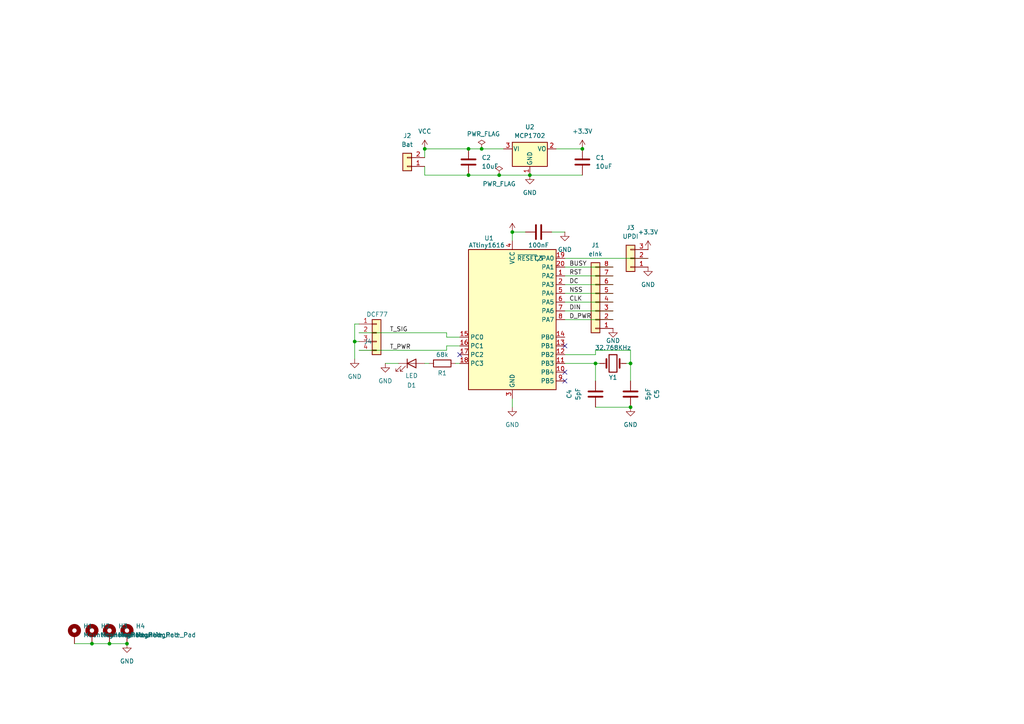
<source format=kicad_sch>
(kicad_sch (version 20231120) (generator "eeschema") (generator_version "8.0")
  (paper "A4")
  (lib_symbols
    (symbol "Connector_Generic:Conn_01x02" (pin_names (offset 1.016) hide)
      (property "Reference" "J" (at 0 2.54 0))
      (property "Value" "Conn_01x02" (at 0 -5.08 0))
      (symbol "Conn_01x02_1_1"
        (rectangle (start -1.27 -2.413) (end 0 -2.667) (stroke (width 0.1524)))
        (rectangle (start -1.27 0.127) (end 0 -0.127) (stroke (width 0.1524)))
        (rectangle (start -1.27 1.27) (end 1.27 -3.81) (stroke (width 0.254)) (fill (type background)))
        (pin passive line (at -5.08 0 0) (length 3.81) (name "Pin_1") (number "1"))
        (pin passive line (at -5.08 -2.54 0) (length 3.81) (name "Pin_2") (number "2"))
      )
    )
    (symbol "Connector_Generic:Conn_01x03" (pin_names (offset 1.016) hide)
      (property "Reference" "J" (at 0 5.08 0))
      (property "Value" "Conn_01x03" (at 0 -5.08 0))
      (symbol "Conn_01x03_1_1"
        (rectangle (start -1.27 -2.413) (end 0 -2.667) (stroke (width 0.1524)))
        (rectangle (start -1.27 0.127) (end 0 -0.127) (stroke (width 0.1524)))
        (rectangle (start -1.27 2.667) (end 0 2.413) (stroke (width 0.1524)))
        (rectangle (start -1.27 3.81) (end 1.27 -3.81) (stroke (width 0.254)) (fill (type background)))
        (pin passive line (at -5.08 2.54 0) (length 3.81) (name "Pin_1") (number "1"))
        (pin passive line (at -5.08 0 0) (length 3.81) (name "Pin_2") (number "2"))
        (pin passive line (at -5.08 -2.54 0) (length 3.81) (name "Pin_3") (number "3"))
      )
    )
    (symbol "Connector_Generic:Conn_01x04" (pin_names (offset 1.016) hide)
      (property "Reference" "J" (at 0 5.08 0))
      (property "Value" "Conn_01x04" (at 0 -7.62 0))
      (symbol "Conn_01x04_1_1"
        (rectangle (start -1.27 -4.953) (end 0 -5.207) (stroke (width 0.1524)))
        (rectangle (start -1.27 -2.413) (end 0 -2.667) (stroke (width 0.1524)))
        (rectangle (start -1.27 0.127) (end 0 -0.127) (stroke (width 0.1524)))
        (rectangle (start -1.27 2.667) (end 0 2.413) (stroke (width 0.1524)))
        (rectangle (start -1.27 3.81) (end 1.27 -6.35) (stroke (width 0.254)) (fill (type background)))
        (pin passive line (at -5.08 2.54 0) (length 3.81) (name "Pin_1") (number "1"))
        (pin passive line (at -5.08 0 0) (length 3.81) (name "Pin_2") (number "2"))
        (pin passive line (at -5.08 -2.54 0) (length 3.81) (name "Pin_3") (number "3"))
        (pin passive line (at -5.08 -5.08 0) (length 3.81) (name "Pin_4") (number "4"))
      )
    )
    (symbol "Connector_Generic:Conn_01x08" (pin_names (offset 1.016) hide)
      (property "Reference" "J" (at 0 10.16 0))
      (property "Value" "Conn_01x08" (at 0 -12.7 0))
      (symbol "Conn_01x08_1_1"
        (rectangle (start -1.27 -10.033) (end 0 -10.287) (stroke (width 0.1524)))
        (rectangle (start -1.27 -7.493) (end 0 -7.747) (stroke (width 0.1524)))
        (rectangle (start -1.27 -4.953) (end 0 -5.207) (stroke (width 0.1524)))
        (rectangle (start -1.27 -2.413) (end 0 -2.667) (stroke (width 0.1524)))
        (rectangle (start -1.27 0.127) (end 0 -0.127) (stroke (width 0.1524)))
        (rectangle (start -1.27 2.667) (end 0 2.413) (stroke (width 0.1524)))
        (rectangle (start -1.27 5.207) (end 0 4.953) (stroke (width 0.1524)))
        (rectangle (start -1.27 7.747) (end 0 7.493) (stroke (width 0.1524)))
        (rectangle (start -1.27 8.89) (end 1.27 -11.43) (stroke (width 0.254)) (fill (type background)))
        (pin passive line (at -5.08 7.62 0) (length 3.81) (name "Pin_1") (number "1"))
        (pin passive line (at -5.08 5.08 0) (length 3.81) (name "Pin_2") (number "2"))
        (pin passive line (at -5.08 2.54 0) (length 3.81) (name "Pin_3") (number "3"))
        (pin passive line (at -5.08 0 0) (length 3.81) (name "Pin_4") (number "4"))
        (pin passive line (at -5.08 -2.54 0) (length 3.81) (name "Pin_5") (number "5"))
        (pin passive line (at -5.08 -5.08 0) (length 3.81) (name "Pin_6") (number "6"))
        (pin passive line (at -5.08 -7.62 0) (length 3.81) (name "Pin_7") (number "7"))
        (pin passive line (at -5.08 -10.16 0) (length 3.81) (name "Pin_8") (number "8"))
      )
    )
    (symbol "Device:C" (pin_numbers hide) (pin_names (offset 0.254))
      (property "Reference" "C" (at 0.635 2.54 0))
      (property "Value" "C" (at 0.635 -2.54 0))
      (symbol "C_0_1"
        (polyline (pts (xy -2.032 -0.762) (xy 2.032 -0.762)) (stroke (width 0.508)))
        (polyline (pts (xy -2.032 0.762) (xy 2.032 0.762)) (stroke (width 0.508)))
      )
      (symbol "C_1_1"
        (pin passive line (at 0 3.81 270) (length 2.794) (name "~") (number "1"))
        (pin passive line (at 0 -3.81 90) (length 2.794) (name "~") (number "2"))
      )
    )
    (symbol "Device:Crystal" (pin_numbers hide) (pin_names (offset 1.016) hide)
      (property "Reference" "Y" (at 0 3.81 0))
      (property "Value" "Crystal" (at 0 -3.81 0))
      (symbol "Crystal_0_1"
        (rectangle (start -1.143 2.54) (end 1.143 -2.54) (stroke (width 0.3048)))
        (polyline (pts (xy -2.54 0) (xy -1.905 0)))
        (polyline (pts (xy -1.905 -1.27) (xy -1.905 1.27)) (stroke (width 0.508)))
        (polyline (pts (xy 1.905 -1.27) (xy 1.905 1.27)) (stroke (width 0.508)))
        (polyline (pts (xy 2.54 0) (xy 1.905 0)))
      )
      (symbol "Crystal_1_1"
        (pin passive line (at -3.81 0 0) (length 1.27) (name "1") (number "1"))
        (pin passive line (at 3.81 0 180) (length 1.27) (name "2") (number "2"))
      )
    )
    (symbol "Device:LED" (pin_numbers hide) (pin_names (offset 1.016) hide)
      (property "Reference" "D" (at 0 2.54 0))
      (property "Value" "LED" (at 0 -2.54 0))
      (symbol "LED_0_1"
        (polyline (pts (xy -1.27 -1.27) (xy -1.27 1.27)) (stroke (width 0.254)))
        (polyline (pts (xy -1.27 0) (xy 1.27 0)))
        (polyline (pts (xy 1.27 -1.27) (xy 1.27 1.27) (xy -1.27 0) (xy 1.27 -1.27)) (stroke (width 0.254)))
        (polyline (pts (xy -3.048 -0.762) (xy -4.572 -2.286) (xy -3.81 -2.286) (xy -4.572 -2.286) (xy -4.572 -1.524)))
        (polyline (pts (xy -1.778 -0.762) (xy -3.302 -2.286) (xy -2.54 -2.286) (xy -3.302 -2.286) (xy -3.302 -1.524)))
      )
      (symbol "LED_1_1"
        (pin passive line (at -3.81 0 0) (length 2.54) (name "K") (number "1"))
        (pin passive line (at 3.81 0 180) (length 2.54) (name "A") (number "2"))
      )
    )
    (symbol "Device:R" (pin_numbers hide) (pin_names (offset 0))
      (property "Reference" "R" (at 2.032 0 90))
      (property "Value" "R" (at 0 0 90))
      (symbol "R_0_1"
        (rectangle (start -1.016 -2.54) (end 1.016 2.54) (stroke (width 0.254)))
      )
      (symbol "R_1_1"
        (pin passive line (at 0 3.81 270) (length 1.27) (name "~") (number "1"))
        (pin passive line (at 0 -3.81 90) (length 1.27) (name "~") (number "2"))
      )
    )
    (symbol "MCU_Microchip_ATtiny:ATtiny1616-M"
      (property "Reference" "U" (at -12.7 21.59 0))
      (property "Value" "ATtiny1616-M" (at 2.54 -21.59 0))
      (symbol "ATtiny1616-M_0_1"
        (rectangle (start -12.7 -20.32) (end 12.7 20.32) (stroke (width 0.254)) (fill (type background)))
      )
      (symbol "ATtiny1616-M_1_1"
        (pin bidirectional line (at 15.24 12.7 180) (length 2.54) (name "PA2") (number "1"))
        (pin bidirectional line (at 15.24 -15.24 180) (length 2.54) (name "PB4") (number "10"))
        (pin bidirectional line (at 15.24 -12.7 180) (length 2.54) (name "PB3") (number "11"))
        (pin bidirectional line (at 15.24 -10.16 180) (length 2.54) (name "PB2") (number "12"))
        (pin bidirectional line (at 15.24 -7.62 180) (length 2.54) (name "PB1") (number "13"))
        (pin bidirectional line (at 15.24 -5.08 180) (length 2.54) (name "PB0") (number "14"))
        (pin bidirectional line (at -15.24 -5.08 0) (length 2.54) (name "PC0") (number "15"))
        (pin bidirectional line (at -15.24 -7.62 0) (length 2.54) (name "PC1") (number "16"))
        (pin bidirectional line (at -15.24 -10.16 0) (length 2.54) (name "PC2") (number "17"))
        (pin bidirectional line (at -15.24 -12.7 0) (length 2.54) (name "PC3") (number "18"))
        (pin bidirectional line (at 15.24 17.78 180) (length 2.54) (name "~{RESET}/PA0") (number "19"))
        (pin bidirectional line (at 15.24 10.16 180) (length 2.54) (name "PA3") (number "2"))
        (pin bidirectional line (at 15.24 15.24 180) (length 2.54) (name "PA1") (number "20"))
        (pin passive line (at 0 -22.86 90) (length 2.54) hide (name "GND") (number "21"))
        (pin power_in line (at 0 -22.86 90) (length 2.54) (name "GND") (number "3"))
        (pin power_in line (at 0 22.86 270) (length 2.54) (name "VCC") (number "4"))
        (pin bidirectional line (at 15.24 7.62 180) (length 2.54) (name "PA4") (number "5"))
        (pin bidirectional line (at 15.24 5.08 180) (length 2.54) (name "PA5") (number "6"))
        (pin bidirectional line (at 15.24 2.54 180) (length 2.54) (name "PA6") (number "7"))
        (pin bidirectional line (at 15.24 0 180) (length 2.54) (name "PA7") (number "8"))
        (pin bidirectional line (at 15.24 -17.78 180) (length 2.54) (name "PB5") (number "9"))
      )
    )
    (symbol "Mechanical:MountingHole_Pad" (pin_numbers hide) (pin_names (offset 1.016) hide) (exclude_from_sim yes) (in_bom no)
      (property "Reference" "H" (at 0 6.35 0))
      (property "Value" "MountingHole_Pad" (at 0 4.445 0))
      (symbol "MountingHole_Pad_0_1"
        (circle (center 0 1.27) (radius 1.27) (stroke (width 1.27)))
      )
      (symbol "MountingHole_Pad_1_1"
        (pin input line (at 0 -2.54 90) (length 2.54) (name "1") (number "1"))
      )
    )
    (symbol "Regulator_Linear:MCP1700x-300xxTT" (pin_names (offset 0.254))
      (property "Reference" "U" (at -3.81 3.175 0))
      (property "Value" "MCP1700x-300xxTT" (at 0 3.175 0))
      (symbol "MCP1700x-300xxTT_0_1"
        (rectangle (start -5.08 1.905) (end 5.08 -5.08) (stroke (width 0.254)) (fill (type background)))
      )
      (symbol "MCP1700x-300xxTT_1_1"
        (pin power_in line (at 0 -7.62 90) (length 2.54) (name "GND") (number "1"))
        (pin power_out line (at 7.62 0 180) (length 2.54) (name "VO") (number "2"))
        (pin power_in line (at -7.62 0 0) (length 2.54) (name "VI") (number "3"))
      )
    )
    (symbol "power:+3.3V" (power) (pin_numbers hide) (pin_names (offset 0) hide)
      (property "Value" "+3.3V" (at 0 3.556 0))
      (symbol "+3.3V_0_1"
        (polyline (pts (xy -0.762 1.27) (xy 0 2.54)))
        (polyline (pts (xy 0 0) (xy 0 2.54)))
        (polyline (pts (xy 0 2.54) (xy 0.762 1.27)))
      )
      (symbol "+3.3V_1_1"
        (pin power_in line (at 0 0 90) (length 0) (name "~") (number "1"))
      )
    )
    (symbol "power:GND" (power) (pin_numbers hide) (pin_names (offset 0) hide)
      (property "Value" "GND" (at 0 -3.81 0))
      (symbol "GND_0_1"
        (polyline (pts (xy 0 0) (xy 0 -1.27) (xy 1.27 -1.27) (xy 0 -2.54) (xy -1.27 -1.27) (xy 0 -1.27)))
      )
      (symbol "GND_1_1"
        (pin power_in line (at 0 0 270) (length 0) (name "~") (number "1"))
      )
    )
    (symbol "power:PWR_FLAG" (power) (pin_numbers hide) (pin_names (offset 0) hide)
      (property "Value" "PWR_FLAG" (at 0 3.81 0))
      (symbol "PWR_FLAG_0_0"
        (pin power_out line (at 0 0 90) (length 0) (name "~") (number "1"))
      )
      (symbol "PWR_FLAG_0_1"
        (polyline (pts (xy 0 0) (xy 0 1.27) (xy -1.016 1.905) (xy 0 2.54) (xy 1.016 1.905) (xy 0 1.27)))
      )
    )
    (symbol "power:VCC" (power) (pin_numbers hide) (pin_names (offset 0) hide)
      (property "Value" "VCC" (at 0 3.556 0))
      (symbol "VCC_0_1"
        (polyline (pts (xy -0.762 1.27) (xy 0 2.54)))
        (polyline (pts (xy 0 0) (xy 0 2.54)))
        (polyline (pts (xy 0 2.54) (xy 0.762 1.27)))
      )
      (symbol "VCC_1_1"
        (pin power_in line (at 0 0 90) (length 0) (name "~") (number "1"))
      )
    )
  )
  (junction (at 135.89 50.8))
  (junction (at 144.78 50.8))
  (junction (at 135.89 43.18))
  (junction (at 36.83 186.69))
  (junction (at 31.75 186.69))
  (junction (at 172.72 105.41))
  (junction (at 102.87 99.06))
  (junction (at 182.88 118.11))
  (junction (at 26.67 186.69))
  (junction (at 168.91 43.18))
  (junction (at 182.88 105.41))
  (junction (at 148.59 67.31))
  (junction (at 153.67 50.8))
  (junction (at 139.7 43.18))
  (junction (at 123.19 43.18))
  (no_connect (at 163.83 107.95))
  (no_connect (at 163.83 100.33))
  (no_connect (at 133.35 102.87))
  (no_connect (at 163.83 110.49))
  (wire (pts (xy 129.54 101.6) (xy 129.54 100.33)))
  (wire (pts (xy 163.83 90.17) (xy 177.8 90.17)))
  (wire (pts (xy 172.72 118.11) (xy 182.88 118.11)))
  (wire (pts (xy 163.83 80.01) (xy 177.8 80.01)))
  (wire (pts (xy 132.08 105.41) (xy 133.35 105.41)))
  (wire (pts (xy 135.89 43.18) (xy 139.7 43.18)))
  (wire (pts (xy 139.7 43.18) (xy 146.05 43.18)))
  (wire (pts (xy 163.83 77.47) (xy 177.8 77.47)))
  (wire (pts (xy 129.54 100.33) (xy 133.35 100.33)))
  (wire (pts (xy 111.76 105.41) (xy 115.57 105.41)))
  (wire (pts (xy 148.59 67.31) (xy 148.59 69.85)))
  (wire (pts (xy 123.19 43.18) (xy 123.19 45.72)))
  (wire (pts (xy 163.83 74.93) (xy 187.96 74.93)))
  (wire (pts (xy 182.88 105.41) (xy 182.88 110.49)))
  (wire (pts (xy 161.29 43.18) (xy 168.91 43.18)))
  (wire (pts (xy 160.02 67.31) (xy 163.83 67.31)))
  (wire (pts (xy 163.83 82.55) (xy 177.8 82.55)))
  (wire (pts (xy 148.59 115.57) (xy 148.59 118.11)))
  (wire (pts (xy 153.67 50.8) (xy 168.91 50.8)))
  (wire (pts (xy 129.54 96.52) (xy 129.54 97.79)))
  (wire (pts (xy 172.72 101.6) (xy 172.72 102.87)))
  (wire (pts (xy 102.87 93.98) (xy 102.87 99.06)))
  (wire (pts (xy 181.61 105.41) (xy 182.88 105.41)))
  (wire (pts (xy 163.83 87.63) (xy 177.8 87.63)))
  (wire (pts (xy 129.54 97.79) (xy 133.35 97.79)))
  (wire (pts (xy 123.19 48.26) (xy 123.19 50.8)))
  (wire (pts (xy 148.59 67.31) (xy 152.4 67.31)))
  (wire (pts (xy 104.14 101.6) (xy 129.54 101.6)))
  (wire (pts (xy 31.75 186.69) (xy 36.83 186.69)))
  (wire (pts (xy 172.72 105.41) (xy 172.72 110.49)))
  (wire (pts (xy 21.59 186.69) (xy 26.67 186.69)))
  (wire (pts (xy 172.72 101.6) (xy 182.88 101.6)))
  (wire (pts (xy 144.78 50.8) (xy 153.67 50.8)))
  (wire (pts (xy 102.87 93.98) (xy 104.14 93.98)))
  (wire (pts (xy 102.87 104.14) (xy 102.87 99.06)))
  (wire (pts (xy 172.72 102.87) (xy 163.83 102.87)))
  (wire (pts (xy 135.89 50.8) (xy 144.78 50.8)))
  (wire (pts (xy 102.87 99.06) (xy 104.14 99.06)))
  (wire (pts (xy 182.88 101.6) (xy 182.88 105.41)))
  (wire (pts (xy 123.19 105.41) (xy 124.46 105.41)))
  (wire (pts (xy 104.14 96.52) (xy 129.54 96.52)))
  (wire (pts (xy 163.83 92.71) (xy 177.8 92.71)))
  (wire (pts (xy 123.19 43.18) (xy 135.89 43.18)))
  (wire (pts (xy 135.89 50.8) (xy 123.19 50.8)))
  (wire (pts (xy 163.83 85.09) (xy 177.8 85.09)))
  (wire (pts (xy 26.67 186.69) (xy 31.75 186.69)))
  (wire (pts (xy 172.72 105.41) (xy 173.99 105.41)))
  (wire (pts (xy 163.83 105.41) (xy 172.72 105.41)))
  (label "D_PWR" (at 165.1 92.71 0))
  (label "BUSY" (at 165.1 77.47 0))
  (label "T_PWR" (at 113.03 101.6 0))
  (label "CLK" (at 165.1 87.63 0))
  (label "DIN" (at 165.1 90.17 0))
  (label "DC" (at 165.1 82.55 0))
  (label "NSS" (at 165.1 85.09 0))
  (label "RST" (at 165.1 80.01 0))
  (label "T_SIG" (at 113.03 96.52 0))
  (symbol (lib_id "power:GND") (at 163.83 67.31 0) (unit 1)
    (property "Reference" "#PWR08" (effects (hide yes)))
    (property "Value" "GND" (at 163.83 72.39 0))
    (property "Description" "Power symbol creates a global label with name \"GND\" , ground" (effects (hide yes)))
  )
  (symbol (lib_id "Connector_Generic:Conn_01x04") (at 109.22 96.52 0) (unit 1)
    (property "Reference" "J4" (at 107.95 99.0601 0) (effects (justify right)))
    (property "Value" "DCF77" (at 112.522 91.186 0) (effects (justify right)))
    (property "Footprint" "Connector_PinHeader_2.54mm:PinHeader_1x04_P2.54mm_Vertical" (effects (hide yes)))
    (property "Description" "Generic connector, single row, 01x04, script generated (kicad-library-utils/schlib/autogen/connector/)" (effects (hide yes)))
  )
  (symbol (lib_id "power:GND") (at 177.8 95.25 0) (unit 1)
    (property "Reference" "#PWR010" (effects (hide yes)))
    (property "Value" "GND" (at 177.8 98.806 0))
    (property "Description" "Power symbol creates a global label with name \"GND\" , ground" (effects (hide yes)))
  )
  (symbol (lib_id "power:VCC") (at 123.19 43.18 0) (unit 1)
    (property "Reference" "#PWR05" (effects (hide yes)))
    (property "Value" "VCC" (at 123.19 38.1 0))
    (property "Description" "Power symbol creates a global label with name \"VCC\"" (effects (hide yes)))
  )
  (symbol (lib_id "power:GND") (at 182.88 118.11 0) (unit 1)
    (property "Reference" "#PWR015" (effects (hide yes)))
    (property "Value" "GND" (at 182.88 123.19 0))
    (property "Description" "Power symbol creates a global label with name \"GND\" , ground" (effects (hide yes)))
  )
  (symbol (lib_id "Regulator_Linear:MCP1700x-300xxTT") (at 153.67 43.18 0) (unit 1)
    (property "Reference" "U2" (at 153.67 36.83 0))
    (property "Value" "MCP1702" (at 153.67 39.37 0))
    (property "Footprint" "Package_TO_SOT_SMD:SOT-23" (effects (hide yes)))
    (property "Datasheet" "http://ww1.microchip.com/downloads/en/DeviceDoc/20001826D.pdf" (effects (hide yes)))
    (property "Description" "250mA Low Quiscent Current LDO, 3.0V output, SOT-23" (effects (hide yes)))
  )
  (symbol (lib_id "power:GND") (at 102.87 104.14 0) (unit 1)
    (property "Reference" "#PWR017" (effects (hide yes)))
    (property "Value" "GND" (at 102.87 109.22 0))
    (property "Description" "Power symbol creates a global label with name \"GND\" , ground" (effects (hide yes)))
  )
  (symbol (lib_id "power:GND") (at 111.76 105.41 0) (unit 1)
    (property "Reference" "#PWR09" (effects (hide yes)))
    (property "Value" "GND" (at 111.76 110.49 0))
    (property "Description" "Power symbol creates a global label with name \"GND\" , ground" (effects (hide yes)))
  )
  (symbol (lib_id "Mechanical:MountingHole_Pad") (at 26.67 184.15 0) (unit 1) (exclude_from_sim yes) (in_bom no)
    (property "Reference" "H2" (at 29.21 181.6099 0) (effects (justify left)))
    (property "Value" "MountingHole_Pad" (at 29.21 184.1499 0) (effects (justify left)))
    (property "Footprint" "MountingHole:MountingHole_2.5mm_Pad" (effects (hide yes)))
    (property "Description" "Mounting Hole with connection" (effects (hide yes)))
  )
  (symbol (lib_id "Device:C") (at 156.21 67.31 270) (unit 1)
    (property "Reference" "C3" (at 156.21 74.93 90))
    (property "Value" "100nF" (at 156.21 71.12 90))
    (property "Footprint" "Capacitor_SMD:C_0603_1608Metric" (effects (hide yes)))
    (property "Description" "Unpolarized capacitor" (effects (hide yes)))
  )
  (symbol (lib_id "Connector_Generic:Conn_01x03") (at 182.88 74.93 180) (unit 1)
    (property "Reference" "J3" (at 182.88 66.04 0))
    (property "Value" "UPDI" (at 182.88 68.58 0))
    (property "Footprint" "Connector_PinHeader_2.54mm:PinHeader_1x03_P2.54mm_Vertical" (effects (hide yes)))
    (property "Description" "Generic connector, single row, 01x03, script generated (kicad-library-utils/schlib/autogen/connector/)" (effects (hide yes)))
  )
  (symbol (lib_id "power:GND") (at 36.83 186.69 0) (unit 1)
    (property "Reference" "#PWR016" (effects (hide yes)))
    (property "Value" "GND" (at 36.83 191.77 0))
    (property "Description" "Power symbol creates a global label with name \"GND\" , ground" (effects (hide yes)))
  )
  (symbol (lib_id "Device:C") (at 168.91 46.99 0) (unit 1)
    (property "Reference" "C1" (at 172.72 45.7199 0) (effects (justify left)))
    (property "Value" "10uF" (at 172.72 48.2599 0) (effects (justify left)))
    (property "Footprint" "Capacitor_SMD:C_0603_1608Metric" (effects (hide yes)))
    (property "Description" "Unpolarized capacitor" (effects (hide yes)))
  )
  (symbol (lib_id "Device:LED") (at 119.38 105.41 0) (unit 1)
    (property "Reference" "D1" (at 119.38 111.76 0))
    (property "Value" "LED" (at 119.38 108.966 0))
    (property "Footprint" "LED_SMD:LED_0603_1608Metric" (effects (hide yes)))
    (property "Description" "Light emitting diode" (effects (hide yes)))
  )
  (symbol (lib_id "Mechanical:MountingHole_Pad") (at 31.75 184.15 0) (unit 1) (exclude_from_sim yes) (in_bom no)
    (property "Reference" "H3" (at 34.29 181.6099 0) (effects (justify left)))
    (property "Value" "MountingHole_Pad" (at 34.29 184.1499 0) (effects (justify left)))
    (property "Footprint" "MountingHole:MountingHole_2.5mm_Pad" (effects (hide yes)))
    (property "Description" "Mounting Hole with connection" (effects (hide yes)))
  )
  (symbol (lib_id "power:+3.3V") (at 148.59 67.31 0) (unit 1)
    (property "Reference" "#PWR07" (effects (hide yes)))
    (property "Value" "+3.3V" (effects (hide yes)))
    (property "Description" "Power symbol creates a global label with name \"+3.3V\"" (effects (hide yes)))
  )
  (symbol (lib_id "Device:C") (at 135.89 46.99 0) (unit 1)
    (property "Reference" "C2" (at 139.7 45.7199 0) (effects (justify left)))
    (property "Value" "10uF" (at 139.7 48.2599 0) (effects (justify left)))
    (property "Footprint" "Capacitor_SMD:C_0603_1608Metric" (effects (hide yes)))
    (property "Description" "Unpolarized capacitor" (effects (hide yes)))
  )
  (symbol (lib_id "Device:R") (at 128.27 105.41 90) (unit 1)
    (property "Reference" "R1" (at 128.27 108.204 90))
    (property "Value" "68k" (at 128.27 102.87 90))
    (property "Footprint" "Resistor_SMD:R_0402_1005Metric" (effects (hide yes)))
    (property "Description" "Resistor" (effects (hide yes)))
  )
  (symbol (lib_id "MCU_Microchip_ATtiny:ATtiny1616-M") (at 148.59 92.71 0) (unit 1)
    (property "Reference" "U1" (at 140.462 69.088 0) (effects (justify left)))
    (property "Value" "ATtiny1616" (at 135.89 71.12 0) (effects (justify left)))
    (property "Footprint" "Package_DFN_QFN:VQFN-20-1EP_3x3mm_P0.4mm_EP1.7x1.7mm_ThermalVias" (effects (hide yes)))
    (property "Datasheet" "http://ww1.microchip.com/downloads/en/DeviceDoc/ATtiny3216_ATtiny1616-data-sheet-40001997B.pdf" (effects (hide yes)))
    (property "Description" "20MHz, 16kB Flash, 2kB SRAM, 256B EEPROM, VQFN-20" (effects (hide yes)))
  )
  (symbol (lib_id "Connector_Generic:Conn_01x08") (at 172.72 87.63 180) (unit 1)
    (property "Reference" "J1" (at 172.72 71.12 0))
    (property "Value" "eInk" (at 172.72 73.66 0))
    (property "Footprint" "Connector_PinHeader_2.54mm:PinHeader_1x08_P2.54mm_Vertical" (effects (hide yes)))
    (property "Description" "Generic connector, single row, 01x08, script generated (kicad-library-utils/schlib/autogen/connector/)" (effects (hide yes)))
  )
  (symbol (lib_id "power:PWR_FLAG") (at 144.78 50.8 0) (unit 1)
    (property "Reference" "#FLG02" (effects (hide yes)))
    (property "Value" "PWR_FLAG" (at 144.78 53.34 0))
    (property "Description" "Special symbol for telling ERC where power comes from" (effects (hide yes)))
  )
  (symbol (lib_id "power:GND") (at 148.59 118.11 0) (unit 1)
    (property "Reference" "#PWR02" (effects (hide yes)))
    (property "Value" "GND" (at 148.59 123.19 0))
    (property "Description" "Power symbol creates a global label with name \"GND\" , ground" (effects (hide yes)))
  )
  (symbol (lib_id "Device:C") (at 172.72 114.3 180) (unit 1)
    (property "Reference" "C4" (at 165.1 114.3 90))
    (property "Value" "5pF" (at 167.64 114.3 90))
    (property "Footprint" "Capacitor_SMD:C_0603_1608Metric" (effects (hide yes)))
    (property "Description" "Unpolarized capacitor" (effects (hide yes)))
  )
  (symbol (lib_id "Mechanical:MountingHole_Pad") (at 21.59 184.15 0) (unit 1) (exclude_from_sim yes) (in_bom no)
    (property "Reference" "H1" (at 24.13 181.6099 0) (effects (justify left)))
    (property "Value" "MountingHole_Pad" (at 24.13 184.1499 0) (effects (justify left)))
    (property "Footprint" "MountingHole:MountingHole_2.5mm_Pad" (effects (hide yes)))
    (property "Description" "Mounting Hole with connection" (effects (hide yes)))
  )
  (symbol (lib_id "Mechanical:MountingHole_Pad") (at 36.83 184.15 0) (unit 1) (exclude_from_sim yes) (in_bom no)
    (property "Reference" "H4" (at 39.37 181.6099 0) (effects (justify left)))
    (property "Value" "MountingHole_Pad" (at 39.37 184.1499 0) (effects (justify left)))
    (property "Footprint" "MountingHole:MountingHole_2.5mm_Pad" (effects (hide yes)))
    (property "Description" "Mounting Hole with connection" (effects (hide yes)))
  )
  (symbol (lib_id "power:GND") (at 153.67 50.8 0) (unit 1)
    (property "Reference" "#PWR04" (effects (hide yes)))
    (property "Value" "GND" (at 153.67 55.88 0))
    (property "Description" "Power symbol creates a global label with name \"GND\" , ground" (effects (hide yes)))
  )
  (symbol (lib_id "power:PWR_FLAG") (at 139.7 43.18 0) (unit 1)
    (property "Reference" "#FLG01" (effects (hide yes)))
    (property "Value" "PWR_FLAG" (at 140.208 38.862 0))
    (property "Description" "Special symbol for telling ERC where power comes from" (effects (hide yes)))
  )
  (symbol (lib_id "power:+3.3V") (at 187.96 72.39 0) (unit 1)
    (property "Reference" "#PWR012" (effects (hide yes)))
    (property "Value" "+3.3V" (at 187.96 67.31 0))
    (property "Description" "Power symbol creates a global label with name \"+3.3V\"" (effects (hide yes)))
  )
  (symbol (lib_id "power:GND") (at 187.96 77.47 0) (unit 1)
    (property "Reference" "#PWR011" (effects (hide yes)))
    (property "Value" "GND" (at 187.96 82.55 0))
    (property "Description" "Power symbol creates a global label with name \"GND\" , ground" (effects (hide yes)))
  )
  (symbol (lib_id "Connector_Generic:Conn_01x02") (at 118.11 48.26 180) (unit 1)
    (property "Reference" "J2" (at 118.11 39.37 0))
    (property "Value" "Bat" (at 118.11 41.91 0))
    (property "Footprint" "Connector_PinHeader_2.54mm:PinHeader_1x02_P2.54mm_Vertical" (effects (hide yes)))
    (property "Description" "Generic connector, single row, 01x02, script generated (kicad-library-utils/schlib/autogen/connector/)" (effects (hide yes)))
  )
  (symbol (lib_id "Device:Crystal") (at 177.8 105.41 0) (unit 1)
    (property "Reference" "Y1" (at 177.8 109.474 0))
    (property "Value" "32.768KHz" (at 177.8 100.838 0))
    (property "Footprint" "Crystal:Crystal_C38-LF_D3.0mm_L8.0mm_Vertical" (effects (hide yes)))
    (property "Description" "Two pin crystal" (effects (hide yes)))
  )
  (symbol (lib_id "Device:C") (at 182.88 114.3 0) (unit 1)
    (property "Reference" "C5" (at 190.5 114.3 90))
    (property "Value" "5pF" (at 187.96 114.3 90))
    (property "Footprint" "Capacitor_SMD:C_0603_1608Metric" (effects (hide yes)))
    (property "Description" "Unpolarized capacitor" (effects (hide yes)))
  )
  (symbol (lib_id "power:+3.3V") (at 168.91 43.18 0) (unit 1)
    (property "Reference" "#PWR03" (effects (hide yes)))
    (property "Value" "+3.3V" (at 168.91 38.1 0))
    (property "Description" "Power symbol creates a global label with name \"+3.3V\"" (effects (hide yes)))
  )
)
</source>
